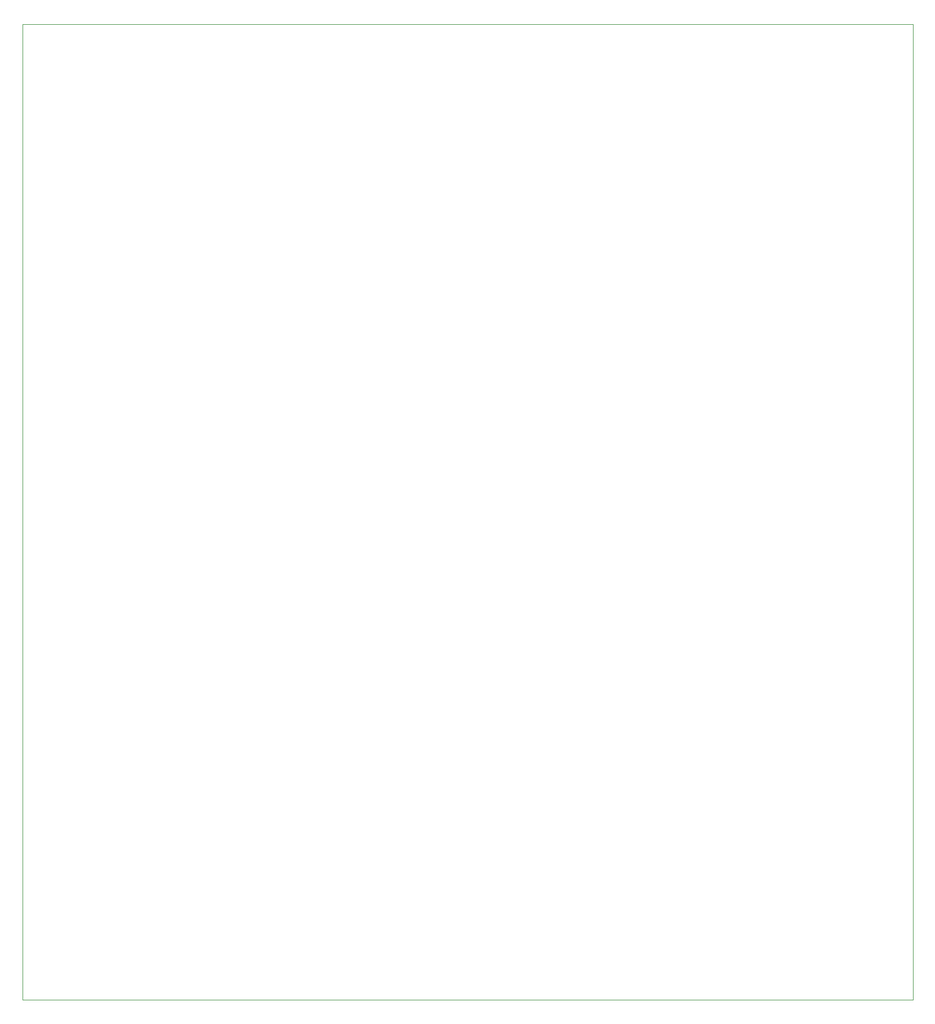
<source format=gm1>
G04 #@! TF.GenerationSoftware,KiCad,Pcbnew,(5.1.10)-1*
G04 #@! TF.CreationDate,2021-07-26T11:56:24-04:00*
G04 #@! TF.ProjectId,Launchbox,4c61756e-6368-4626-9f78-2e6b69636164,Launchbox*
G04 #@! TF.SameCoordinates,Original*
G04 #@! TF.FileFunction,Profile,NP*
%FSLAX46Y46*%
G04 Gerber Fmt 4.6, Leading zero omitted, Abs format (unit mm)*
G04 Created by KiCad (PCBNEW (5.1.10)-1) date 2021-07-26 11:56:24*
%MOMM*%
%LPD*%
G01*
G04 APERTURE LIST*
G04 #@! TA.AperFunction,Profile*
%ADD10C,0.025400*%
G04 #@! TD*
G04 APERTURE END LIST*
D10*
X164592000Y-30086000D02*
X164592000Y-180086000D01*
X27592000Y-30086000D02*
X164592000Y-30086000D01*
X27592000Y-180086000D02*
X27592000Y-30086000D01*
X164592000Y-180086000D02*
X27592000Y-180086000D01*
M02*

</source>
